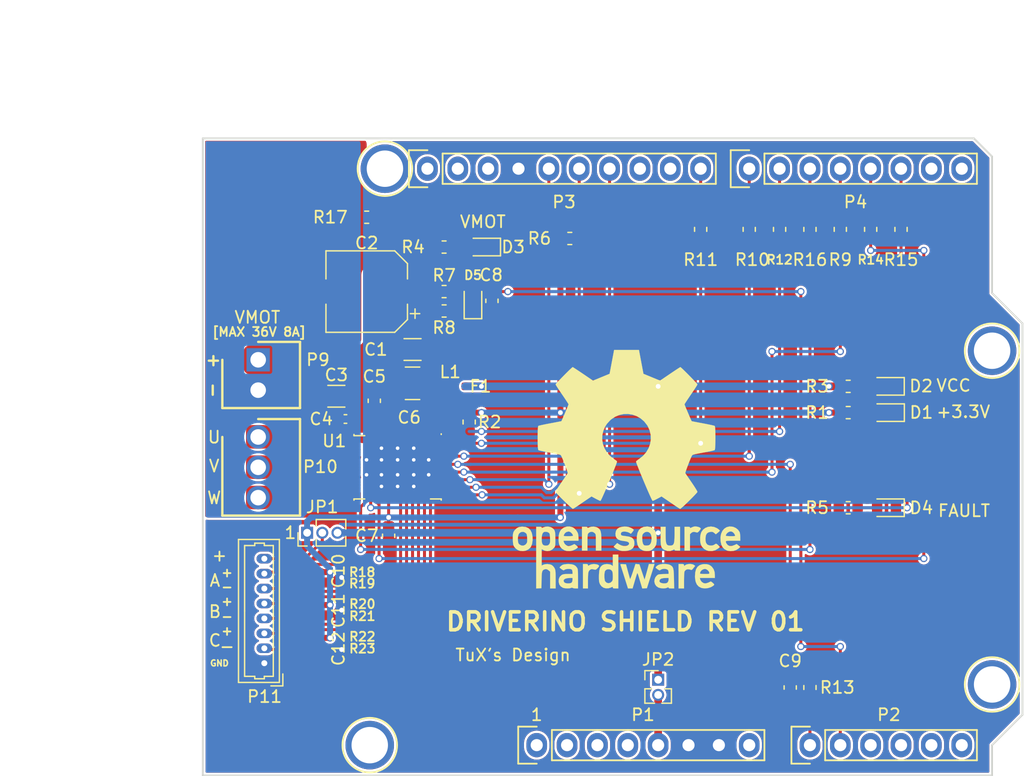
<source format=kicad_pcb>
(kicad_pcb (version 20171130) (host pcbnew "(5.1.9)-1")
  (title_block (date "lun. 30 mars 2015"))
  (layers (0 F.Cu signal) (31 B.Cu signal) (34 B.Paste user) (35 F.Paste user) (36 B.SilkS user) (37 F.SilkS user) (38 B.Mask user) (39 F.Mask user) (44 Edge.Cuts user))
  (net 0 "")
  (net 1 GND)
  (net 2 /A0)
  (net 3 /A1)
  (net 4 "/A4(SDA)")
  (net 5 "/A5(SCL)")
  (net 6 /8)
  (net 7 /7)
  (net 8 "/6(**)")
  (net 9 "/5(**)")
  (net 10 /4)
  (net 11 "/3(**)")
  (net 12 /2)
  (net 13 "/13(SCK)")
  (net 14 "/12(MISO)")
  (net 15 "/11(**/MOSI)")
  (net 16 /FB)
  (net 17 GNDPWR)
  (net 18 +36V)
  (net 19 "Net-(C5-Pad1)")
  (net 20 "Net-(C6-Pad1)")
  (net 21 "Net-(C6-Pad2)")
  (net 22 +3.3V)
  (net 23 /ILIM)
  (net 24 /HAP)
  (net 25 /HAN)
  (net 26 /HBN)
  (net 27 /HBP)
  (net 28 /HCP)
  (net 29 /HCN)
  (net 30 "Net-(D1-Pad2)")
  (net 31 "Net-(D2-Pad2)")
  (net 32 "Net-(D3-Pad2)")
  (net 33 /FAULT)
  (net 34 "Net-(D4-Pad2)")
  (net 35 VCC)
  (net 36 "Net-(JP1-Pad2)")
  (net 37 /SW)
  (net 38 /U)
  (net 39 /V)
  (net 40 /W)
  (net 41 /FGOUT)
  (net 42 /CS)
  (net 43 /BRAKE)
  (net 44 /PWM)
  (net 45 /SLEEP)
  (net 46 /DRVOFF)
  (net 47 +5V)
  (module Fuse:Fuse_0402_1005Metric (layer F.Cu) (at 132.461 93.787 180)
    (fp_text reference F1 (at -1.778 0 180) (layer F.SilkS))
    (fp_text value 200mA)
    (pad 1 smd roundrect (at -0.485 0 180) (size 0.59 0.64) (layers F.Cu F.Paste F.Mask) (net 35 VCC))
    (pad 2 smd roundrect (at 0.485 0 180) (size 0.59 0.64) (layers F.Cu F.Paste F.Mask) (net 16 /FB))
  )
  (module Resistor_SMD:R_0402_1005Metric (layer F.Cu) (at 120.3475 115.816)
    (fp_text reference R23 (at 4 -0.07) (layer F.SilkS) (effects (font (size 0.75 0.75))))
    (fp_text value 0R)
    (pad 2 smd roundrect (at 0.485 0) (size 0.59 0.64) (layers F.Cu F.Paste F.Mask) (net 1 GND))
    (pad 1 smd roundrect (at -0.485 0) (size 0.59 0.64) (layers F.Cu F.Paste F.Mask) (net 29 /HCN))
  )
  (module Resistor_SMD:R_0402_1005Metric (layer F.Cu) (at 120.3475 114.846)
    (fp_text reference R22 (at 4 -0.1 180) (layer F.SilkS) (effects (font (size 0.75 0.75))))
    (fp_text value 10k)
    (pad 2 smd roundrect (at 0.485 0) (size 0.59 0.64) (layers F.Cu F.Paste F.Mask) (net 22 +3.3V))
    (pad 1 smd roundrect (at -0.485 0) (size 0.59 0.64) (layers F.Cu F.Paste F.Mask) (net 28 /HCP))
  )
  (module Driverino-Shield:QFN-40_EP_5x7_Pitch0.5mm (layer F.Cu) (at 127.298 100.565 270)
    (fp_text reference U1 (at -2.2 5.3 180) (layer F.SilkS))
    (fp_text value MCT8316Z)
    (pad 1 smd roundrect (at -2.4 -2.75) (size 0.25 0.6) (layers F.Cu F.Paste F.Mask) (roundrect_rratio 0.2))
    (pad 2 smd roundrect (at -2.4 -2.25) (size 0.25 0.6) (layers F.Cu F.Paste F.Mask) (roundrect_rratio 0.2) (net 1 GND))
    (pad 3 smd roundrect (at -2.4 -1.75) (size 0.25 0.6) (layers F.Cu F.Paste F.Mask) (roundrect_rratio 0.2) (net 16 /FB))
    (pad 4 smd roundrect (at -2.4 -1.25) (size 0.25 0.6) (layers F.Cu F.Paste F.Mask) (roundrect_rratio 0.2) (net 1 GND))
    (pad 5 smd roundrect (at -2.4 -0.75) (size 0.25 0.6) (layers F.Cu F.Paste F.Mask) (roundrect_rratio 0.2) (net 37 /SW))
    (pad 6 smd roundrect (at -2.4 -0.25) (size 0.25 0.6) (layers F.Cu F.Paste F.Mask) (roundrect_rratio 0.2) (net 21 "Net-(C6-Pad2)"))
    (pad 7 smd roundrect (at -2.4 0.25) (size 0.25 0.6) (layers F.Cu F.Paste F.Mask) (roundrect_rratio 0.2) (net 20 "Net-(C6-Pad1)"))
    (pad 8 smd roundrect (at -2.4 0.75) (size 0.25 0.6) (layers F.Cu F.Paste F.Mask) (roundrect_rratio 0.2) (net 19 "Net-(C5-Pad1)"))
    (pad 9 smd roundrect (at -2.4 1.25) (size 0.25 0.6) (layers F.Cu F.Paste F.Mask) (roundrect_rratio 0.2) (net 18 +36V))
    (pad 10 smd roundrect (at -2.4 1.75) (size 0.25 0.6) (layers F.Cu F.Paste F.Mask) (roundrect_rratio 0.2) (net 18 +36V))
    (pad 11 smd roundrect (at -2.4 2.25) (size 0.25 0.6) (layers F.Cu F.Paste F.Mask) (roundrect_rratio 0.2) (net 18 +36V))
    (pad 12 smd roundrect (at -2.4 2.75) (size 0.25 0.6) (layers F.Cu F.Paste F.Mask) (roundrect_rratio 0.2) (net 17 GNDPWR))
    (pad 13 smd roundrect (at -1.75 3.4 90) (size 0.25 0.6) (layers F.Cu F.Paste F.Mask) (roundrect_rratio 0.2) (net 38 /U))
    (pad 14 smd roundrect (at -1.25 3.4 90) (size 0.25 0.6) (layers F.Cu F.Paste F.Mask) (roundrect_rratio 0.2) (net 38 /U))
    (pad 15 smd roundrect (at -0.75 3.4 90) (size 0.25 0.6) (layers F.Cu F.Paste F.Mask) (roundrect_rratio 0.2) (net 17 GNDPWR))
    (pad 16 smd roundrect (at -0.25 3.4 90) (size 0.25 0.6) (layers F.Cu F.Paste F.Mask) (roundrect_rratio 0.2) (net 39 /V))
    (pad 17 smd roundrect (at 0.25 3.4 90) (size 0.25 0.6) (layers F.Cu F.Paste F.Mask) (roundrect_rratio 0.2) (net 39 /V))
    (pad 18 smd roundrect (at 0.75 3.4 90) (size 0.25 0.6) (layers F.Cu F.Paste F.Mask) (roundrect_rratio 0.2) (net 17 GNDPWR))
    (pad 19 smd roundrect (at 1.25 3.4 90) (size 0.25 0.6) (layers F.Cu F.Paste F.Mask) (roundrect_rratio 0.2) (net 40 /W))
    (pad 20 smd roundrect (at 1.75 3.4 90) (size 0.25 0.6) (layers F.Cu F.Paste F.Mask) (roundrect_rratio 0.2) (net 40 /W))
    (pad 21 smd roundrect (at 2.4 2.75) (size 0.25 0.6) (layers F.Cu F.Paste F.Mask) (roundrect_rratio 0.2) (net 46 /DRVOFF))
    (pad 22 smd roundrect (at 2.4 2.25) (size 0.25 0.6) (layers F.Cu F.Paste F.Mask) (roundrect_rratio 0.2) (net 33 /FAULT))
    (pad 23 smd roundrect (at 2.4 1.75) (size 0.25 0.6) (layers F.Cu F.Paste F.Mask) (roundrect_rratio 0.2) (net 45 /SLEEP))
    (pad 24 smd roundrect (at 2.4 1.25) (size 0.25 0.6) (layers F.Cu F.Paste F.Mask) (roundrect_rratio 0.2))
    (pad 25 smd roundrect (at 2.4 0.75) (size 0.25 0.6) (layers F.Cu F.Paste F.Mask) (roundrect_rratio 0.2) (net 22 +3.3V))
    (pad 26 smd roundrect (at 2.4 0.25) (size 0.25 0.6) (layers F.Cu F.Paste F.Mask) (roundrect_rratio 0.2))
    (pad 27 smd roundrect (at 2.4 -0.25) (size 0.25 0.6) (layers F.Cu F.Paste F.Mask) (roundrect_rratio 0.2) (net 24 /HAP))
    (pad 28 smd roundrect (at 2.4 -0.75) (size 0.25 0.6) (layers F.Cu F.Paste F.Mask) (roundrect_rratio 0.2) (net 25 /HAN))
    (pad 29 smd roundrect (at 2.4 -1.25) (size 0.25 0.6) (layers F.Cu F.Paste F.Mask) (roundrect_rratio 0.2) (net 27 /HBP))
    (pad 30 smd roundrect (at 2.4 -1.75) (size 0.25 0.6) (layers F.Cu F.Paste F.Mask) (roundrect_rratio 0.2) (net 26 /HBN))
    (pad 31 smd roundrect (at 2.4 -2.25) (size 0.25 0.6) (layers F.Cu F.Paste F.Mask) (roundrect_rratio 0.2) (net 28 /HCP))
    (pad 32 smd roundrect (at 2.4 -2.75) (size 0.25 0.6) (layers F.Cu F.Paste F.Mask) (roundrect_rratio 0.2) (net 29 /HCN))
    (pad 33 smd roundrect (at 1.75 -3.4 90) (size 0.25 0.6) (layers F.Cu F.Paste F.Mask) (roundrect_rratio 0.2) (net 14 "/12(MISO)"))
    (pad 34 smd roundrect (at 1.25 -3.4 90) (size 0.25 0.6) (layers F.Cu F.Paste F.Mask) (roundrect_rratio 0.2) (net 15 "/11(**/MOSI)"))
    (pad 35 smd roundrect (at 0.75 -3.4 90) (size 0.25 0.6) (layers F.Cu F.Paste F.Mask) (roundrect_rratio 0.2) (net 13 "/13(SCK)"))
    (pad 36 smd roundrect (at 0.25 -3.4 90) (size 0.25 0.6) (layers F.Cu F.Paste F.Mask) (roundrect_rratio 0.2) (net 42 /CS))
    (pad 37 smd roundrect (at -0.25 -3.4 90) (size 0.25 0.6) (layers F.Cu F.Paste F.Mask) (roundrect_rratio 0.2) (net 23 /ILIM))
    (pad 38 smd roundrect (at -0.75 -3.4 90) (size 0.25 0.6) (layers F.Cu F.Paste F.Mask) (roundrect_rratio 0.2) (net 43 /BRAKE))
    (pad 39 smd roundrect (at -1.25 -3.4 90) (size 0.25 0.6) (layers F.Cu F.Paste F.Mask) (roundrect_rratio 0.2) (net 44 /PWM))
    (pad 40 smd roundrect (at -1.75 -3.4 90) (size 0.25 0.6) (layers F.Cu F.Paste F.Mask) (roundrect_rratio 0.2) (net 41 /FGOUT))
    (pad 41 smd rect (at 0 0 270) (size 3.7 5.7) (layers F.Cu F.Mask) (net 1 GND))
    (pad 41 thru_hole circle (at 0.625 0 270) (size 0.6 0.6) (drill 0.3) (layers *.Cu *.Mask) (net 1 GND))
    (pad 41 thru_hole circle (at -0.625 0 270) (size 0.6 0.6) (drill 0.3) (layers *.Cu *.Mask) (net 1 GND))
    (pad 41 thru_hole circle (at -1.6 0 270) (size 0.6 0.6) (drill 0.3) (layers *.Cu *.Mask) (net 1 GND))
    (pad 41 thru_hole circle (at 1.6 0 270) (size 0.6 0.6) (drill 0.3) (layers *.Cu *.Mask) (net 1 GND))
    (pad 41 thru_hole circle (at 0.625 -1.35 270) (size 0.6 0.6) (drill 0.3) (layers *.Cu *.Mask) (net 1 GND))
    (pad 41 thru_hole circle (at -0.625 -1.35 270) (size 0.6 0.6) (drill 0.3) (layers *.Cu *.Mask) (net 1 GND))
    (pad 41 thru_hole circle (at -1.6 -1.35 270) (size 0.6 0.6) (drill 0.3) (layers *.Cu *.Mask) (net 1 GND))
    (pad 41 thru_hole circle (at 1.6 -1.35 270) (size 0.6 0.6) (drill 0.3) (layers *.Cu *.Mask) (net 1 GND))
    (pad 41 thru_hole circle (at 0.625 -2.6 270) (size 0.6 0.6) (drill 0.3) (layers *.Cu *.Mask) (net 1 GND))
    (pad 41 thru_hole circle (at -0.625 -2.6 270) (size 0.6 0.6) (drill 0.3) (layers *.Cu *.Mask) (net 1 GND))
    (pad 41 thru_hole circle (at 0.625 1.35 270) (size 0.6 0.6) (drill 0.3) (layers *.Cu *.Mask) (net 1 GND))
    (pad 41 thru_hole circle (at -0.625 1.35 270) (size 0.6 0.6) (drill 0.3) (layers *.Cu *.Mask) (net 1 GND))
    (pad 41 thru_hole circle (at -1.6 1.35 270) (size 0.6 0.6) (drill 0.3) (layers *.Cu *.Mask) (net 1 GND))
    (pad 41 thru_hole circle (at 1.6 1.35 270) (size 0.6 0.6) (drill 0.3) (layers *.Cu *.Mask) (net 1 GND))
    (pad 41 thru_hole circle (at 0.625 2.6 270) (size 0.6 0.6) (drill 0.3) (layers *.Cu *.Mask) (net 1 GND))
    (pad 41 thru_hole circle (at -0.625 2.6 270) (size 0.6 0.6) (drill 0.3) (layers *.Cu *.Mask) (net 1 GND))
  )
  (module Connector_PinHeader_1.27mm:PinHeader_1x03_P1.27mm_Vertical (layer F.Cu) (at 120.998 106.045 90)
    (fp_text reference JP1 (at 2.159 -0.0076 180) (layer F.SilkS))
    (fp_text value HAL_SEL)
    (pad 3 thru_hole oval (at 0 1.27 90) (size 1 1) (drill 0.65) (layers *.Cu *.Mask) (net 35 VCC))
    (pad 2 thru_hole oval (at 0 0 90) (size 1 1) (drill 0.65) (layers *.Cu *.Mask) (net 36 "Net-(JP1-Pad2)"))
    (pad 1 thru_hole rect (at 0 -1.27 90) (size 1 1) (drill 0.65) (layers *.Cu *.Mask) (net 22 +3.3V))
  )
  (module Capacitor_SMD:C_1206_3216Metric (layer F.Cu) (at 122.174 94.615)
    (fp_text reference C3 (at 0 -1.778) (layer F.SilkS))
    (fp_text value 10uF)
    (pad 2 smd roundrect (at 1.475 0) (size 1.15 1.8) (layers F.Cu F.Paste F.Mask) (roundrect_rratio 0.2173904347826087) (net 18 +36V))
    (pad 1 smd roundrect (at -1.475 0) (size 1.15 1.8) (layers F.Cu F.Paste F.Mask) (roundrect_rratio 0.2173904347826087) (net 17 GNDPWR))
  )
  (module Capacitor_SMD:C_0402_1005Metric (layer F.Cu) (at 122.936 96.52)
    (fp_text reference C4 (at -2.032 0) (layer F.SilkS))
    (fp_text value 100nF)
    (pad 2 smd roundrect (at 0.48 0) (size 0.56 0.62) (layers F.Cu F.Paste F.Mask) (net 18 +36V))
    (pad 1 smd roundrect (at -0.48 0) (size 0.56 0.62) (layers F.Cu F.Paste F.Mask) (net 17 GNDPWR))
  )
  (module Symbol:OSHW-Logo_19x20mm_SilkScreen (layer F.Cu) (at 146.431 100.711)
    (fp_text reference REF** hide)
    (fp_text value OSHW-Logo_19x20mm_SilkScreen hide)
  )
  (module Socket_Arduino_Uno:Arduino_1pin (layer F.Cu) (at 124.968 123.825)
    (fp_text reference P5 hide)
    (fp_text value CONN_01X01 hide)
    (pad "" np_thru_hole circle (at 0 0) (size 4.064 4.064) (drill 3.048) (layers *.Cu *.Mask))
  )
  (module Socket_Arduino_Uno:Arduino_1pin (layer F.Cu) (at 126.238 75.565)
    (fp_text reference P7 hide)
    (fp_text value CONN_01X01 hide)
    (pad "" np_thru_hole circle (at 0 0) (size 4.064 4.064) (drill 3.048) (layers *.Cu *.Mask))
  )
  (module Socket_Arduino_Uno:Arduino_1pin (layer F.Cu) (at 177.038 90.805)
    (fp_text reference P8 hide)
    (fp_text value CONN_01X01 hide)
    (pad "" np_thru_hole circle (at 0 0) (size 4.064 4.064) (drill 3.048) (layers *.Cu *.Mask))
  )
  (module Socket_Arduino_Uno:Socket_Strip_Arduino_1x10 (layer F.Cu) (at 129.794 75.565)
    (fp_text reference P3 (at 11.43 2.794) (layer F.SilkS))
    (fp_text value Digital)
    (pad 1 thru_hole oval (at 0 0) (size 1.7272 2.032) (drill 1.016) (layers *.Cu *.Paste *.Mask) (net 5 "/A5(SCL)"))
    (pad 2 thru_hole oval (at 2.54 0) (size 1.7272 2.032) (drill 1.016) (layers *.Cu *.Paste *.Mask) (net 4 "/A4(SDA)"))
    (pad 3 thru_hole oval (at 5.08 0) (size 1.7272 2.032) (drill 1.016) (layers *.Cu *.Paste *.Mask))
    (pad 4 thru_hole oval (at 7.62 0) (size 1.7272 2.032) (drill 1.016) (layers *.Cu *.Paste *.Mask) (net 1 GND))
    (pad 5 thru_hole oval (at 10.16 0) (size 1.7272 2.032) (drill 1.016) (layers *.Cu *.Paste *.Mask) (net 13 "/13(SCK)"))
    (pad 6 thru_hole oval (at 12.7 0) (size 1.7272 2.032) (drill 1.016) (layers *.Cu *.Paste *.Mask) (net 14 "/12(MISO)"))
    (pad 7 thru_hole oval (at 15.24 0) (size 1.7272 2.032) (drill 1.016) (layers *.Cu *.Paste *.Mask) (net 15 "/11(**/MOSI)"))
    (pad 8 thru_hole oval (at 17.78 0) (size 1.7272 2.032) (drill 1.016) (layers *.Cu *.Paste *.Mask))
    (pad 9 thru_hole oval (at 20.32 0) (size 1.7272 2.032) (drill 1.016) (layers *.Cu *.Paste *.Mask))
    (pad 10 thru_hole oval (at 22.86 0) (size 1.7272 2.032) (drill 1.016) (layers *.Cu *.Paste *.Mask) (net 6 /8))
  )
  (module Socket_Arduino_Uno:Arduino_1pin (layer F.Cu) (at 177.038 118.745)
    (fp_text reference P6 hide)
    (fp_text value CONN_01X01 hide)
    (pad "" np_thru_hole circle (at 0 0) (size 4.064 4.064) (drill 3.048) (layers *.Cu *.Mask))
  )
  (module Socket_Arduino_Uno:Socket_Strip_Arduino_1x08 (layer F.Cu) (at 138.938 123.825)
    (fp_text reference P1 (at 8.89 -2.54) (layer F.SilkS))
    (fp_text value Power)
    (pad 1 thru_hole oval (at 0 0) (size 1.7272 2.032) (drill 1.016) (layers *.Cu *.Paste *.Mask))
    (pad 2 thru_hole oval (at 2.54 0) (size 1.7272 2.032) (drill 1.016) (layers *.Cu *.Paste *.Mask))
    (pad 3 thru_hole oval (at 5.08 0) (size 1.7272 2.032) (drill 1.016) (layers *.Cu *.Paste *.Mask))
    (pad 4 thru_hole oval (at 7.62 0) (size 1.7272 2.032) (drill 1.016) (layers *.Cu *.Paste *.Mask) (net 22 +3.3V))
    (pad 5 thru_hole oval (at 10.16 0) (size 1.7272 2.032) (drill 1.016) (layers *.Cu *.Paste *.Mask) (net 47 +5V))
    (pad 6 thru_hole oval (at 12.7 0) (size 1.7272 2.032) (drill 1.016) (layers *.Cu *.Paste *.Mask) (net 1 GND))
    (pad 7 thru_hole oval (at 15.24 0) (size 1.7272 2.032) (drill 1.016) (layers *.Cu *.Paste *.Mask) (net 1 GND))
    (pad 8 thru_hole oval (at 17.78 0) (size 1.7272 2.032) (drill 1.016) (layers *.Cu *.Paste *.Mask))
  )
  (module Socket_Arduino_Uno:Socket_Strip_Arduino_1x06 (layer F.Cu) (at 161.798 123.825)
    (fp_text reference P2 (at 6.604 -2.54) (layer F.SilkS))
    (fp_text value Analog)
    (pad 1 thru_hole oval (at 0 0) (size 1.7272 2.032) (drill 1.016) (layers *.Cu *.Paste *.Mask) (net 2 /A0))
    (pad 2 thru_hole oval (at 2.54 0) (size 1.7272 2.032) (drill 1.016) (layers *.Cu *.Paste *.Mask) (net 3 /A1))
    (pad 3 thru_hole oval (at 5.08 0) (size 1.7272 2.032) (drill 1.016) (layers *.Cu *.Paste *.Mask))
    (pad 4 thru_hole oval (at 7.62 0) (size 1.7272 2.032) (drill 1.016) (layers *.Cu *.Paste *.Mask))
    (pad 5 thru_hole oval (at 10.16 0) (size 1.7272 2.032) (drill 1.016) (layers *.Cu *.Paste *.Mask) (net 4 "/A4(SDA)"))
    (pad 6 thru_hole oval (at 12.7 0) (size 1.7272 2.032) (drill 1.016) (layers *.Cu *.Paste *.Mask) (net 5 "/A5(SCL)"))
  )
  (module Socket_Arduino_Uno:Socket_Strip_Arduino_1x08 (layer F.Cu) (at 156.718 75.565)
    (fp_text reference P4 (at 8.89 2.794) (layer F.SilkS))
    (fp_text value Digital)
    (pad 1 thru_hole oval (at 0 0) (size 1.7272 2.032) (drill 1.016) (layers *.Cu *.Paste *.Mask) (net 7 /7))
    (pad 2 thru_hole oval (at 2.54 0) (size 1.7272 2.032) (drill 1.016) (layers *.Cu *.Paste *.Mask) (net 8 "/6(**)"))
    (pad 3 thru_hole oval (at 5.08 0) (size 1.7272 2.032) (drill 1.016) (layers *.Cu *.Paste *.Mask) (net 9 "/5(**)"))
    (pad 4 thru_hole oval (at 7.62 0) (size 1.7272 2.032) (drill 1.016) (layers *.Cu *.Paste *.Mask) (net 10 /4))
    (pad 5 thru_hole oval (at 10.16 0) (size 1.7272 2.032) (drill 1.016) (layers *.Cu *.Paste *.Mask) (net 11 "/3(**)"))
    (pad 6 thru_hole oval (at 12.7 0) (size 1.7272 2.032) (drill 1.016) (layers *.Cu *.Paste *.Mask) (net 12 /2))
    (pad 7 thru_hole oval (at 15.24 0) (size 1.7272 2.032) (drill 1.016) (layers *.Cu *.Paste *.Mask))
    (pad 8 thru_hole oval (at 17.78 0) (size 1.7272 2.032) (drill 1.016) (layers *.Cu *.Paste *.Mask))
  )
  (module Capacitor_SMD:C_0402_1005Metric (layer F.Cu) (at 126.8095 96.393 90)
    (fp_text reference C6 (at 0 1.4605 180) (layer F.SilkS))
    (fp_text value 10nF)
    (pad 2 smd roundrect (at 0.485 0 90) (size 0.59 0.64) (layers F.Cu F.Paste F.Mask) (net 21 "Net-(C6-Pad2)"))
    (pad 1 smd roundrect (at -0.485 0 90) (size 0.59 0.64) (layers F.Cu F.Paste F.Mask) (net 20 "Net-(C6-Pad1)"))
  )
  (module Capacitor_SMD:C_0402_1005Metric (layer F.Cu) (at 118.3475 115.331 90)
    (fp_text reference C12 (at -0.415 4 90) (layer F.SilkS))
    (fp_text value 100nF)
    (pad 2 smd roundrect (at 0.485 0 90) (size 0.59 0.64) (layers F.Cu F.Paste F.Mask) (net 28 /HCP))
    (pad 1 smd roundrect (at -0.485 0 90) (size 0.59 0.64) (layers F.Cu F.Paste F.Mask) (net 29 /HCN))
  )
  (module Resistor_SMD:R_0402_1005Metric (layer F.Cu) (at 120.3475 113.062)
    (fp_text reference R21 (at 4 -0.032) (layer F.SilkS) (effects (font (size 0.75 0.75))))
    (fp_text value 0R)
    (pad 2 smd roundrect (at 0.485 0) (size 0.59 0.64) (layers F.Cu F.Paste F.Mask) (net 1 GND))
    (pad 1 smd roundrect (at -0.485 0) (size 0.59 0.64) (layers F.Cu F.Paste F.Mask) (net 26 /HBN))
  )
  (module Resistor_SMD:R_0402_1005Metric (layer F.Cu) (at 120.3475 112.092)
    (fp_text reference R20 (at 4 -0.078) (layer F.SilkS) (effects (font (size 0.75 0.75))))
    (fp_text value 10k)
    (pad 2 smd roundrect (at 0.485 0) (size 0.59 0.64) (layers F.Cu F.Paste F.Mask) (net 22 +3.3V))
    (pad 1 smd roundrect (at -0.485 0) (size 0.59 0.64) (layers F.Cu F.Paste F.Mask) (net 27 /HBP))
  )
  (module Capacitor_SMD:C_0402_1005Metric (layer F.Cu) (at 118.3475 112.577 90)
    (fp_text reference C11 (at 0.01 4 90) (layer F.SilkS))
    (fp_text value 100nF)
    (pad 2 smd roundrect (at 0.485 0 90) (size 0.59 0.64) (layers F.Cu F.Paste F.Mask) (net 27 /HBP))
    (pad 1 smd roundrect (at -0.485 0 90) (size 0.59 0.64) (layers F.Cu F.Paste F.Mask) (net 26 /HBN))
  )
  (module Resistor_SMD:R_0402_1005Metric (layer F.Cu) (at 120.3475 109.338)
    (fp_text reference R18 (at 3.9855 0.009) (layer F.SilkS) (effects (font (size 0.75 0.75))))
    (fp_text value 10k)
    (pad 2 smd roundrect (at 0.485 0) (size 0.59 0.64) (layers F.Cu F.Paste F.Mask) (net 22 +3.3V))
    (pad 1 smd roundrect (at -0.485 0) (size 0.59 0.64) (layers F.Cu F.Paste F.Mask) (net 24 /HAP))
  )
  (module Resistor_SMD:R_0402_1005Metric (layer F.Cu) (at 120.3475 110.308)
    (fp_text reference R19 (at 3.9855 -0.0085) (layer F.SilkS) (effects (font (size 0.75 0.75))))
    (fp_text value 0R)
    (pad 2 smd roundrect (at 0.485 0) (size 0.59 0.64) (layers F.Cu F.Paste F.Mask) (net 1 GND))
    (pad 1 smd roundrect (at -0.485 0) (size 0.59 0.64) (layers F.Cu F.Paste F.Mask) (net 25 /HAN))
  )
  (module Capacitor_SMD:C_0402_1005Metric (layer F.Cu) (at 118.3475 109.823 90)
    (fp_text reference C10 (at 0.585 4 90) (layer F.SilkS))
    (fp_text value 100nF)
    (pad 2 smd roundrect (at 0.485 0 90) (size 0.59 0.64) (layers F.Cu F.Paste F.Mask) (net 24 /HAP))
    (pad 1 smd roundrect (at -0.485 0 90) (size 0.59 0.64) (layers F.Cu F.Paste F.Mask) (net 25 /HAN))
  )
  (module Driverino-Shield:C_1206_3216Metric (layer F.Cu) (at 128.5494 90.7034)
    (fp_text reference C1 (at -3.0734 0) (layer F.SilkS))
    (fp_text value 22uF)
    (pad 2 smd roundrect (at 1.475 0) (size 1.15 1.8) (layers F.Cu F.Paste F.Mask) (roundrect_rratio 0.2173904347826087) (net 16 /FB))
    (pad 1 smd roundrect (at -1.475 0) (size 1.15 1.8) (layers F.Cu F.Paste F.Mask) (roundrect_rratio 0.217) (net 1 GND))
  )
  (module Driverino-Shield:CP_Elec_6.3x7.7 (layer F.Cu) (at 124.714 85.852 180)
    (fp_text reference C2 (at 0 4.064 180) (layer F.SilkS))
    (fp_text value 150uF)
    (pad 2 smd roundrect (at 2.7 0 180) (size 3.5 1.6) (layers F.Cu F.Paste F.Mask) (roundrect_rratio 0.15625) (net 17 GNDPWR))
    (pad 1 smd roundrect (at -2.7 0 180) (size 3.5 1.6) (layers F.Cu F.Paste F.Mask) (roundrect_rratio 0.15625) (net 18 +36V))
  )
  (module Driverino-Shield:C_0603_1608Metric (layer F.Cu) (at 125.349 94.996 90)
    (fp_text reference C5 (at 2.032 0 180) (layer F.SilkS))
    (fp_text value 1uF)
    (pad 1 smd roundrect (at -0.775 0 90) (size 0.9 0.95) (layers F.Cu F.Paste F.Mask) (net 19 "Net-(C5-Pad1)"))
    (pad 2 smd roundrect (at 0.775 0 90) (size 0.9 0.95) (layers F.Cu F.Paste F.Mask) (net 18 +36V))
  )
  (module Driverino-Shield:C_0603_1608Metric (layer F.Cu) (at 126.548 106.299 270)
    (fp_text reference C7 (at 0 1.834 180) (layer F.SilkS))
    (fp_text value 1uF)
    (pad 2 smd roundrect (at 0.775 0 270) (size 0.9 0.95) (layers F.Cu F.Paste F.Mask) (net 1 GND))
    (pad 1 smd roundrect (at -0.775 0 270) (size 0.9 0.95) (layers F.Cu F.Paste F.Mask) (net 22 +3.3V))
  )
  (module Driverino-Shield:C_0603_1608Metric (layer F.Cu) (at 135.1915 86.627 90)
    (fp_text reference C8 (at 2.159 -0.0635 180) (layer F.SilkS))
    (fp_text value 100nF)
    (pad 1 smd roundrect (at -0.775 0 90) (size 0.9 0.95) (layers F.Cu F.Paste F.Mask) (net 1 GND))
    (pad 2 smd roundrect (at 0.775 0 90) (size 0.9 0.95) (layers F.Cu F.Paste F.Mask) (net 3 /A1))
  )
  (module Driverino-Shield:C_0603_1608Metric (layer F.Cu) (at 160.147 118.999 90)
    (fp_text reference C9 (at 2.2225 0 180) (layer F.SilkS))
    (fp_text value 100nF)
    (pad 1 smd roundrect (at -0.775 0 90) (size 0.9 0.95) (layers F.Cu F.Paste F.Mask) (net 1 GND))
    (pad 2 smd roundrect (at 0.775 0 90) (size 0.9 0.95) (layers F.Cu F.Paste F.Mask) (net 23 /ILIM))
  )
  (module Driverino-Shield:LED_0603_1608Metric (layer F.Cu) (at 168.2115 95.9865 180)
    (fp_text reference D1 (at -2.9083 0.0126) (layer F.SilkS))
    (fp_text value ORANGE)
    (pad 1 smd roundrect (at -0.7875 0 180) (size 0.875 0.95) (layers F.Cu F.Paste F.Mask) (net 1 GND))
    (pad 2 smd roundrect (at 0.7875 0 180) (size 0.875 0.95) (layers F.Cu F.Paste F.Mask) (net 30 "Net-(D1-Pad2)"))
  )
  (module Driverino-Shield:LED_0603_1608Metric (layer F.Cu) (at 168.204 93.787 180)
    (fp_text reference D2 (at -2.8904 0.0229) (layer F.SilkS))
    (fp_text value BLUE)
    (pad 2 smd roundrect (at 0.7875 0 180) (size 0.875 0.95) (layers F.Cu F.Paste F.Mask) (net 31 "Net-(D2-Pad2)"))
    (pad 1 smd roundrect (at -0.7875 0 180) (size 0.875 0.95) (layers F.Cu F.Paste F.Mask) (net 1 GND))
  )
  (module Driverino-Shield:LED_0603_1608Metric (layer F.Cu) (at 134.422 82.1245 180)
    (fp_text reference D3 (at -2.5475 0) (layer F.SilkS))
    (fp_text value GREEN)
    (pad 2 smd roundrect (at 0.7875 0 180) (size 0.875 0.95) (layers F.Cu F.Paste F.Mask) (net 32 "Net-(D3-Pad2)"))
    (pad 1 smd roundrect (at -0.7875 0 180) (size 0.875 0.95) (layers F.Cu F.Paste F.Mask) (net 1 GND))
  )
  (module Driverino-Shield:LED_0603_1608Metric (layer F.Cu) (at 168.204 103.9495 180)
    (fp_text reference D4 (at -2.9158 -0.0127) (layer F.SilkS))
    (fp_text value BLUE)
    (pad 1 smd roundrect (at -0.7875 0 180) (size 0.875 0.95) (layers F.Cu F.Paste F.Mask) (net 33 /FAULT))
    (pad 2 smd roundrect (at 0.7875 0 180) (size 0.875 0.95) (layers F.Cu F.Paste F.Mask) (net 34 "Net-(D4-Pad2)"))
  )
  (module Diode_SMD:D_0603_1608Metric (layer F.Cu) (at 133.604 86.6395 90)
    (fp_text reference D5 (at 2.164 0 180) (layer F.SilkS) (effects (font (size 0.75 0.75))))
    (fp_text value Vz=5V)
    (pad 1 smd roundrect (at -0.7875 0 90) (size 0.875 0.95) (layers F.Cu F.Paste F.Mask) (net 1 GND))
    (pad 2 smd roundrect (at 0.7875 0 90) (size 0.875 0.95) (layers F.Cu F.Paste F.Mask) (net 3 /A1))
  )
  (module Inductor_SMD:L_1210_3225Metric (layer F.Cu) (at 128.548 93.533 180)
    (fp_text reference L1 (at -3.151 0.95 180) (layer F.SilkS))
    (fp_text value 47uH)
    (pad 1 smd roundrect (at -1.4 0 180) (size 1.25 2.65) (layers F.Cu F.Paste F.Mask) (roundrect_rratio 0.2) (net 16 /FB))
    (pad 2 smd roundrect (at 1.4 0 180) (size 1.25 2.65) (layers F.Cu F.Paste F.Mask) (roundrect_rratio 0.2) (net 37 /SW))
  )
  (module Driverino-Shield:39773-0002 (layer F.Cu) (at 115.6335 91.565 270)
    (fp_text reference P9 (at 0 -5) (layer F.SilkS))
    (fp_text value PWR)
    (pad 1 thru_hole rect (at 0 0 270) (size 1.95 1.95) (drill 1.3) (layers *.Cu *.Mask) (net 18 +36V))
    (pad 2 thru_hole circle (at 2.54 0 270) (size 1.95 1.95) (drill 1.3) (layers *.Cu *.Mask) (net 17 GNDPWR))
  )
  (module Driverino-Shield:39773-0003 (layer F.Cu) (at 115.6335 100.565 270)
    (fp_text reference P10 (at -0.0445 -5.207 180) (layer F.SilkS))
    (fp_text value MOT)
    (pad 1 thru_hole circle (at -2.54 0 270) (size 1.95 1.95) (drill 1.3) (layers *.Cu *.Mask) (net 38 /U))
    (pad 2 thru_hole circle (at 0 0 270) (size 1.95 1.95) (drill 1.3) (layers *.Cu *.Mask) (net 39 /V))
    (pad 3 thru_hole circle (at 2.54 0 270) (size 1.95 1.95) (drill 1.3) (layers *.Cu *.Mask) (net 40 /W))
  )
  (module Driverino-Shield:Molex_PicoBlade_53047-0810_1x08_P1.25mm_Vertical (layer F.Cu) (at 116.1475 116.965 90)
    (fp_text reference P11 (at -2.796 0.0194) (layer F.SilkS))
    (fp_text value HALL)
    (pad 8 thru_hole oval (at 8.75 0 90) (size 0.8 1.3) (drill 0.5) (layers *.Cu *.Mask) (net 36 "Net-(JP1-Pad2)"))
    (pad 7 thru_hole oval (at 7.5 0 90) (size 0.8 1.3) (drill 0.5) (layers *.Cu *.Mask) (net 24 /HAP))
    (pad 6 thru_hole oval (at 6.25 0 90) (size 0.8 1.3) (drill 0.5) (layers *.Cu *.Mask) (net 25 /HAN))
    (pad 5 thru_hole oval (at 5 0 90) (size 0.8 1.3) (drill 0.5) (layers *.Cu *.Mask) (net 27 /HBP))
    (pad 4 thru_hole oval (at 3.75 0 90) (size 0.8 1.3) (drill 0.5) (layers *.Cu *.Mask) (net 26 /HBN))
    (pad 3 thru_hole oval (at 2.5 0 90) (size 0.8 1.3) (drill 0.5) (layers *.Cu *.Mask) (net 28 /HCP))
    (pad 2 thru_hole oval (at 1.25 0 90) (size 0.8 1.3) (drill 0.5) (layers *.Cu *.Mask) (net 29 /HCN))
    (pad 1 thru_hole roundrect (at 0 0 90) (size 0.8 1.3) (drill 0.5) (layers *.Cu *.Mask) (net 1 GND))
  )
  (module Resistor_SMD:R_0603_1608Metric (layer F.Cu) (at 164.998 95.9865)
    (fp_text reference R1 (at -2.6 0) (layer F.SilkS))
    (fp_text value 1k)
    (pad 2 smd roundrect (at 0.7875 0) (size 0.875 0.95) (layers F.Cu F.Paste F.Mask) (net 30 "Net-(D1-Pad2)"))
    (pad 1 smd roundrect (at -0.7875 0) (size 0.875 0.95) (layers F.Cu F.Paste F.Mask) (net 22 +3.3V))
  )
  (module Resistor_SMD:R_0603_1608Metric (layer F.Cu) (at 133.2865 96.774 270)
    (fp_text reference R2 (at 0 -1.7145 180) (layer F.SilkS))
    (fp_text value 5.1k)
    (pad 1 smd roundrect (at -0.7875 0 270) (size 0.875 0.95) (layers F.Cu F.Paste F.Mask) (net 22 +3.3V))
    (pad 2 smd roundrect (at 0.7875 0 270) (size 0.875 0.95) (layers F.Cu F.Paste F.Mask) (net 41 /FGOUT))
  )
  (module Resistor_SMD:R_0603_1608Metric (layer F.Cu) (at 164.998 93.787)
    (fp_text reference R3 (at -2.6 0) (layer F.SilkS))
    (fp_text value 1k)
    (pad 1 smd roundrect (at -0.7875 0) (size 0.875 0.95) (layers F.Cu F.Paste F.Mask) (net 35 VCC))
    (pad 2 smd roundrect (at 0.7875 0) (size 0.875 0.95) (layers F.Cu F.Paste F.Mask) (net 31 "Net-(D2-Pad2)"))
  )
  (module Resistor_SMD:R_0603_1608Metric (layer F.Cu) (at 131.188 82.1245)
    (fp_text reference R4 (at -2.6 0) (layer F.SilkS))
    (fp_text value 4.7k)
    (pad 2 smd roundrect (at 0.7875 0) (size 0.875 0.95) (layers F.Cu F.Paste F.Mask) (net 32 "Net-(D3-Pad2)"))
    (pad 1 smd roundrect (at -0.7875 0) (size 0.875 0.95) (layers F.Cu F.Paste F.Mask) (net 18 +36V))
  )
  (module Resistor_SMD:R_0603_1608Metric (layer F.Cu) (at 164.998 103.9495)
    (fp_text reference R5 (at -2.6 0) (layer F.SilkS))
    (fp_text value 1k)
    (pad 1 smd roundrect (at -0.7875 0) (size 0.875 0.95) (layers F.Cu F.Paste F.Mask) (net 22 +3.3V))
    (pad 2 smd roundrect (at 0.7875 0) (size 0.875 0.95) (layers F.Cu F.Paste F.Mask) (net 34 "Net-(D4-Pad2)"))
  )
  (module Resistor_SMD:R_0603_1608Metric (layer F.Cu) (at 141.7065 81.407)
    (fp_text reference R6 (at -2.54 0) (layer F.SilkS))
    (fp_text value 5.1k)
    (pad 1 smd roundrect (at -0.7875 0) (size 0.875 0.95) (layers F.Cu F.Paste F.Mask) (net 22 +3.3V))
    (pad 2 smd roundrect (at 0.7875 0) (size 0.875 0.95) (layers F.Cu F.Paste F.Mask) (net 14 "/12(MISO)"))
  )
  (module Resistor_SMD:R_0603_1608Metric (layer F.Cu) (at 131.188 85.852 180)
    (fp_text reference R7 (at -0.003 1.3545) (layer F.SilkS))
    (fp_text value 1k)
    (pad 2 smd roundrect (at 0.7875 0 180) (size 0.875 0.95) (layers F.Cu F.Paste F.Mask) (net 18 +36V))
    (pad 1 smd roundrect (at -0.7875 0 180) (size 0.875 0.95) (layers F.Cu F.Paste F.Mask) (net 3 /A1))
  )
  (module Resistor_SMD:R_0603_1608Metric (layer F.Cu) (at 131.191 87.4776 180)
    (fp_text reference R8 (at 0 -1.397) (layer F.SilkS))
    (fp_text value 1k)
    (pad 1 smd roundrect (at -0.7875 0 180) (size 0.875 0.95) (layers F.Cu F.Paste F.Mask) (net 3 /A1))
    (pad 2 smd roundrect (at 0.7875 0 180) (size 0.875 0.95) (layers F.Cu F.Paste F.Mask) (net 1 GND))
  )
  (module Resistor_SMD:R_0603_1608Metric (layer F.Cu) (at 164.338 80.645 270)
    (fp_text reference R9 (at 2.54 0 180) (layer F.SilkS))
    (fp_text value 0R)
    (pad 1 smd roundrect (at -0.7875 0 270) (size 0.875 0.95) (layers F.Cu F.Paste F.Mask) (net 10 /4))
    (pad 2 smd roundrect (at 0.7875 0 270) (size 0.875 0.95) (layers F.Cu F.Paste F.Mask) (net 42 /CS))
  )
  (module Resistor_SMD:R_0603_1608Metric (layer F.Cu) (at 156.718 80.645 270)
    (fp_text reference R10 (at 2.54 -0.254 180) (layer F.SilkS))
    (fp_text value 0R)
    (pad 2 smd roundrect (at 0.7875 0 270) (size 0.875 0.95) (layers F.Cu F.Paste F.Mask) (net 43 /BRAKE))
    (pad 1 smd roundrect (at -0.7875 0 270) (size 0.875 0.95) (layers F.Cu F.Paste F.Mask) (net 7 /7))
  )
  (module Resistor_SMD:R_0603_1608Metric (layer F.Cu) (at 152.654 80.645 270)
    (fp_text reference R11 (at 2.54 0 180) (layer F.SilkS))
    (fp_text value 0R)
    (pad 1 smd roundrect (at -0.7875 0 270) (size 0.875 0.95) (layers F.Cu F.Paste F.Mask) (net 6 /8))
    (pad 2 smd roundrect (at 0.7875 0 270) (size 0.875 0.95) (layers F.Cu F.Paste F.Mask) (net 44 /PWM))
  )
  (module Resistor_SMD:R_0603_1608Metric (layer F.Cu) (at 159.258 80.645 270)
    (fp_text reference R12 (at 2.54 0 180) (layer F.SilkS) (effects (font (size 0.75 0.75))))
    (fp_text value 0R)
    (pad 2 smd roundrect (at 0.7875 0 270) (size 0.875 0.95) (layers F.Cu F.Paste F.Mask) (net 41 /FGOUT))
    (pad 1 smd roundrect (at -0.7875 0 270) (size 0.875 0.95) (layers F.Cu F.Paste F.Mask) (net 8 "/6(**)"))
  )
  (module Resistor_SMD:R_0603_1608Metric (layer F.Cu) (at 161.798 118.999 270)
    (fp_text reference R13 (at 0 -2.286 180) (layer F.SilkS))
    (fp_text value 1k)
    (pad 1 smd roundrect (at -0.7875 0 270) (size 0.875 0.95) (layers F.Cu F.Paste F.Mask) (net 23 /ILIM))
    (pad 2 smd roundrect (at 0.7875 0 270) (size 0.875 0.95) (layers F.Cu F.Paste F.Mask) (net 2 /A0))
  )
  (module Resistor_SMD:R_0603_1608Metric (layer F.Cu) (at 166.878 80.645 270)
    (fp_text reference R14 (at 2.54 0 180) (layer F.SilkS) (effects (font (size 0.75 0.75))))
    (fp_text value 0R)
    (pad 2 smd roundrect (at 0.7875 0 270) (size 0.875 0.95) (layers F.Cu F.Paste F.Mask) (net 45 /SLEEP))
    (pad 1 smd roundrect (at -0.7875 0 270) (size 0.875 0.95) (layers F.Cu F.Paste F.Mask) (net 11 "/3(**)"))
  )
  (module Resistor_SMD:R_0603_1608Metric (layer F.Cu) (at 169.418 80.645 270)
    (fp_text reference R15 (at 2.54 0 180) (layer F.SilkS))
    (fp_text value 0R)
    (pad 2 smd roundrect (at 0.7875 0 270) (size 0.875 0.95) (layers F.Cu F.Paste F.Mask) (net 33 /FAULT))
    (pad 1 smd roundrect (at -0.7875 0 270) (size 0.875 0.95) (layers F.Cu F.Paste F.Mask) (net 12 /2))
  )
  (module Resistor_SMD:R_0603_1608Metric (layer F.Cu) (at 161.798 80.645 270)
    (fp_text reference R16 (at 2.54 0 180) (layer F.SilkS))
    (fp_text value 0R)
    (pad 1 smd roundrect (at -0.7875 0 270) (size 0.875 0.95) (layers F.Cu F.Paste F.Mask) (net 9 "/5(**)"))
    (pad 2 smd roundrect (at 0.7875 0 270) (size 0.875 0.95) (layers F.Cu F.Paste F.Mask) (net 46 /DRVOFF))
  )
  (module Resistor_SMD:R_0603_1608Metric (layer F.Cu) (at 124.714 79.629)
    (fp_text reference R17 (at -3.048 0) (layer F.SilkS))
    (fp_text value 0R)
    (pad 2 smd roundrect (at 0.7875 0) (size 0.875 0.95) (layers F.Cu F.Paste F.Mask) (net 1 GND))
    (pad 1 smd roundrect (at -0.7875 0) (size 0.875 0.95) (layers F.Cu F.Paste F.Mask) (net 17 GNDPWR))
  )
  (module Connector_PinHeader_1.27mm:PinHeader_1x02_P1.27mm_Vertical (layer F.Cu) (at 149.098 118.349)
    (fp_text reference JP2 (at 0 -1.695) (layer F.SilkS))
    (fp_text value VCC_SEL)
    (pad 1 thru_hole rect (at 0 0) (size 1 1) (drill 0.65) (layers *.Cu *.Mask) (net 35 VCC))
    (pad 2 thru_hole oval (at 0 1.27) (size 1 1) (drill 0.65) (layers *.Cu *.Mask) (net 47 +5V))
  )
  (gr_text "[MAX 36V 8A]" (at 115.7097 89.2302) (layer F.SilkS) (effects (font (size 0.75 0.75))))
  (gr_text 1 (at 118.3259 106.045) (layer F.SilkS) (effects (font (size 1 1))))
  (gr_text "TuX's Design" (at 136.9568 116.2812) (layer F.SilkS) (effects (font (size 1 1))))
  (gr_text "DRIVERINO SHIELD REV 01" (at 146.3548 113.4872) (layer F.SilkS) (effects (font (size 1.5 1.5) (thickness 0.3))))
  (gr_text VMOT (at 115.57 88.011) (layer F.SilkS) (effects (font (size 1 1))))
  (gr_text FAULT (at 174.6885 104.2035) (layer F.SilkS) (effects (font (size 1 1))))
  (gr_text VMOT (at 134.4295 80.01) (layer F.SilkS) (effects (font (size 1 1))))
  (gr_text "VCC\n" (at 173.815476 93.7195) (layer F.SilkS) (effects (font (size 1 1))))
  (gr_text +3.3V (at 174.625 95.919) (layer F.SilkS) (effects (font (size 1 1))))
  (gr_text - (at 111.76 94.107 90) (layer F.SilkS) (effects (font (size 1 1) (thickness 0.2))))
  (gr_text - (at 113.03 115.697 180) (layer F.SilkS) (effects (font (size 1 1))))
  (gr_text + (at 113.03 114.3635 180) (layer F.SilkS) (effects (font (size 0.75 0.75))))
  (gr_text - (at 113.03 113.157 180) (layer F.SilkS) (effects (font (size 0.75 0.75))))
  (gr_text + (at 113.03 111.887 180) (layer F.SilkS) (effects (font (size 0.75 0.75))))
  (gr_text - (at 113.03 110.6805 180) (layer F.SilkS) (effects (font (size 0.75 0.75))))
  (gr_text + (at 113.03 109.474 180) (layer F.SilkS) (effects (font (size 0.75 0.75))))
  (gr_text GND (at 112.395 116.967) (layer F.SilkS) (effects (font (size 0.5 0.5) (thickness 0.125))))
  (gr_text C (at 112.014 115.062) (layer F.SilkS) (effects (font (size 1 1))))
  (gr_text B (at 112.014 112.649) (layer F.SilkS) (effects (font (size 1 1))))
  (gr_text A (at 112.014 110.0455) (layer F.SilkS) (effects (font (size 1 1))))
  (gr_text + (at 112.395 108.077 180) (layer F.SilkS) (effects (font (size 1 1)) (justify mirror)))
  (gr_text W (at 111.9505 103.124) (layer F.SilkS) (effects (font (size 1 1))))
  (gr_text V (at 111.9505 100.457) (layer F.SilkS) (effects (font (size 1 1))))
  (gr_text U (at 111.9505 98.044) (layer F.SilkS) (effects (font (size 1 1))))
  (gr_text + (at 111.887 91.567) (layer F.SilkS) (effects (font (size 1 1) (thickness 0.2))))
  (gr_text 1 (at 138.938 121.285) (layer F.SilkS) (effects (font (size 1 1))))
  (gr_line (start 177.038 74.549) (end 175.514 73.025) (angle 90) (layer Edge.Cuts) (width 0.15))
  (gr_line (start 177.038 85.979) (end 177.038 74.549) (angle 90) (layer Edge.Cuts) (width 0.15))
  (gr_line (start 179.578 88.519) (end 177.038 85.979) (angle 90) (layer Edge.Cuts) (width 0.15))
  (gr_line (start 179.578 121.285) (end 179.578 88.519) (angle 90) (layer Edge.Cuts) (width 0.15))
  (gr_line (start 177.038 123.825) (end 179.578 121.285) (angle 90) (layer Edge.Cuts) (width 0.15))
  (gr_line (start 177.038 126.365) (end 177.038 123.825) (angle 90) (layer Edge.Cuts) (width 0.15))
  (gr_line (start 110.998 126.365) (end 177.038 126.365) (angle 90) (layer Edge.Cuts) (width 0.15))
  (gr_line (start 110.998 73.025) (end 110.998 126.365) (angle 90) (layer Edge.Cuts) (width 0.15))
  (gr_line (start 175.514 73.025) (end 110.998 73.025) (angle 90) (layer Edge.Cuts) (width 0.15))
  (via (at 122.6185 112.522) (size 0.6) (drill 0.4) (layers F.Cu B.Cu) (net 1))
  (segment (start 122.0785 113.062) (end 122.6185 112.522) (width 0.25) (layer F.Cu) (net 1))
  (segment (start 120.8325 113.062) (end 122.0785 113.062) (width 0.25) (layer F.Cu) (net 1))
  (via (at 122.6185 109.7915) (size 0.6) (drill 0.4) (layers F.Cu B.Cu) (net 1))
  (segment (start 122.6185 112.522) (end 122.6185 109.7915) (width 0.25) (layer B.Cu) (net 1))
  (segment (start 122.102 110.308) (end 120.8325 110.308) (width 0.25) (layer F.Cu) (net 1))
  (segment (start 122.6185 109.7915) (end 122.102 110.308) (width 0.25) (layer F.Cu) (net 1))
  (via (at 122.6185 115.824) (size 0.6) (drill 0.4) (layers F.Cu B.Cu) (net 1))
  (segment (start 122.6185 112.522) (end 122.6185 115.824) (width 0.25) (layer B.Cu) (net 1))
  (segment (start 120.8405 115.824) (end 120.8325 115.816) (width 0.25) (layer F.Cu) (net 1))
  (segment (start 122.6185 115.824) (end 120.8405 115.824) (width 0.25) (layer F.Cu) (net 1))
  (segment (start 161.798 123.825) (end 161.798 119.7865) (width 0.25) (layer F.Cu) (net 2))
  (via (at 136.525 85.852) (size 0.6) (drill 0.4) (layers F.Cu B.Cu) (net 3))
  (segment (start 136.525 85.852) (end 161.036 85.852) (width 0.25) (layer B.Cu) (net 3))
  (via (at 161.036 85.852) (size 0.6) (drill 0.4) (layers F.Cu B.Cu) (net 3))
  (segment (start 164.338 118.872) (end 164.338 123.825) (width 0.25) (layer F.Cu) (net 3))
  (via (at 161.036 115.57) (size 0.6) (drill 0.4) (layers F.Cu B.Cu) (net 3))
  (via (at 164.338 115.57) (size 0.6) (drill 0.4) (layers F.Cu B.Cu) (net 3))
  (segment (start 161.036 115.57) (end 164.338 115.57) (width 0.25) (layer B.Cu) (net 3))
  (segment (start 164.338 118.872) (end 164.338 115.57) (width 0.25) (layer F.Cu) (net 3))
  (segment (start 161.036 85.852) (end 161.036 114.9604) (width 0.25) (layer F.Cu) (net 3))
  (segment (start 161.036 114.9604) (end 161.036 115.57) (width 0.25) (layer F.Cu) (net 3))
  (segment (start 131.9785 85.855) (end 131.9755 85.852) (width 0.25) (layer F.Cu) (net 3))
  (segment (start 131.9785 87.4776) (end 131.9785 85.855) (width 0.25) (layer F.Cu) (net 3))
  (segment (start 131.9755 85.852) (end 133.604 85.852) (width 0.25) (layer F.Cu) (net 3))
  (segment (start 133.604 85.852) (end 135.1915 85.852) (width 0.25) (layer F.Cu) (net 3))
  (segment (start 135.1915 85.852) (end 136.525 85.852) (width 0.25) (layer F.Cu) (net 3))
  (segment (start 152.654 79.8575) (end 152.654 75.565) (width 0.25) (layer F.Cu) (net 6))
  (segment (start 156.718 79.8575) (end 156.718 75.565) (width 0.25) (layer F.Cu) (net 7))
  (segment (start 159.258 79.8575) (end 159.258 75.565) (width 0.25) (layer F.Cu) (net 8))
  (segment (start 161.798 79.8575) (end 161.798 75.565) (width 0.25) (layer F.Cu) (net 9))
  (segment (start 164.338 79.8575) (end 164.338 75.565) (width 0.25) (layer F.Cu) (net 10))
  (segment (start 166.878 79.8575) (end 166.878 75.565) (width 0.25) (layer F.Cu) (net 11))
  (segment (start 169.418 79.8575) (end 169.418 75.565) (width 0.25) (layer F.Cu) (net 12))
  (via (at 139.954 101.981) (size 0.6) (drill 0.4) (layers F.Cu B.Cu) (net 13))
  (segment (start 139.954 75.565) (end 139.954 101.981) (width 0.25) (layer F.Cu) (net 13))
  (segment (start 139.573 101.6) (end 139.954 101.981) (width 0.25) (layer B.Cu) (net 13))
  (segment (start 133.35 101.6) (end 139.573 101.6) (width 0.25) (layer B.Cu) (net 13))
  (via (at 133.35 101.6) (size 0.6) (drill 0.4) (layers F.Cu B.Cu) (net 13))
  (segment (start 133.35 101.6) (end 131.888089 101.6) (width 0.25) (layer F.Cu) (net 13))
  (segment (start 131.888089 101.6) (end 131.603089 101.315) (width 0.25) (layer F.Cu) (net 13))
  (segment (start 131.603089 101.315) (end 130.698 101.315) (width 0.25) (layer F.Cu) (net 13))
  (via (at 134.366 102.87) (size 0.6) (drill 0.4) (layers F.Cu B.Cu) (net 14))
  (via (at 142.494 102.743) (size 0.6) (drill 0.4) (layers F.Cu B.Cu) (net 14))
  (segment (start 142.494 102.743) (end 142.494 83.439) (width 0.25) (layer F.Cu) (net 14))
  (segment (start 139.319 102.87) (end 139.573 103.124) (width 0.25) (layer B.Cu) (net 14))
  (segment (start 139.573 103.124) (end 140.335 103.124) (width 0.25) (layer B.Cu) (net 14))
  (segment (start 134.366 102.87) (end 139.319 102.87) (width 0.25) (layer B.Cu) (net 14))
  (segment (start 140.716 102.743) (end 142.494 102.743) (width 0.25) (layer B.Cu) (net 14))
  (segment (start 140.335 103.124) (end 140.716 102.743) (width 0.25) (layer B.Cu) (net 14))
  (segment (start 130.698 102.315) (end 131.253 102.87) (width 0.25) (layer F.Cu) (net 14))
  (segment (start 131.253 102.87) (end 134.366 102.87) (width 0.25) (layer F.Cu) (net 14))
  (segment (start 142.494 79.8575) (end 142.494 75.565) (width 0.25) (layer F.Cu) (net 14))
  (segment (start 142.494 81.407) (end 142.494 79.8575) (width 0.25) (layer F.Cu) (net 14))
  (segment (start 142.494 83.439) (end 142.494 81.407) (width 0.25) (layer F.Cu) (net 14))
  (via (at 133.858 102.235) (size 0.6) (drill 0.4) (layers F.Cu B.Cu) (net 15))
  (segment (start 145.034 101.981) (end 145.034 75.565) (width 0.25) (layer F.Cu) (net 15))
  (via (at 145.034 101.981) (size 0.6) (drill 0.4) (layers F.Cu B.Cu) (net 15))
  (segment (start 145.034 101.981) (end 140.84159 101.981) (width 0.25) (layer B.Cu) (net 15))
  (segment (start 140.84159 101.981) (end 140.148601 102.673989) (width 0.25) (layer B.Cu) (net 15))
  (segment (start 139.7594 102.673989) (end 139.32041 102.235) (width 0.25) (layer B.Cu) (net 15))
  (segment (start 140.148601 102.673989) (end 139.7594 102.673989) (width 0.25) (layer B.Cu) (net 15))
  (segment (start 139.32041 102.235) (end 133.858 102.235) (width 0.25) (layer B.Cu) (net 15))
  (segment (start 130.698 101.815) (end 131.466678 101.815) (width 0.25) (layer F.Cu) (net 15))
  (segment (start 131.466678 101.815) (end 131.886678 102.235) (width 0.25) (layer F.Cu) (net 15))
  (segment (start 131.886678 102.235) (end 133.858 102.235) (width 0.25) (layer F.Cu) (net 15))
  (segment (start 130.4005 82.1525) (end 130.4285 82.1245) (width 0.25) (layer F.Cu) (net 18))
  (segment (start 127.901 85.365) (end 127.414 85.852) (width 0.25) (layer F.Cu) (net 18))
  (segment (start 127.414 85.852) (end 130.4005 85.852) (width 0.25) (layer F.Cu) (net 18))
  (segment (start 130.4005 85.852) (end 130.4005 82.1245) (width 0.25) (layer F.Cu) (net 18))
  (segment (start 126.548 97.809654) (end 125.362 96.623654) (width 0.25) (layer F.Cu) (net 19))
  (segment (start 126.548 98.165) (end 126.548 97.809654) (width 0.25) (layer F.Cu) (net 19))
  (segment (start 125.362 96.623654) (end 125.362 95.8215) (width 0.25) (layer F.Cu) (net 19))
  (segment (start 126.8095 97.409) (end 126.8095 96.878) (width 0.25) (layer F.Cu) (net 20))
  (segment (start 127.048 97.6475) (end 126.8095 97.409) (width 0.25) (layer F.Cu) (net 20))
  (segment (start 127.048 98.165) (end 127.048 97.6475) (width 0.25) (layer F.Cu) (net 20))
  (segment (start 127.548 96.628268) (end 126.827732 95.908) (width 0.25) (layer F.Cu) (net 21))
  (segment (start 126.827732 95.908) (end 126.8095 95.908) (width 0.25) (layer F.Cu) (net 21))
  (segment (start 127.548 98.165) (end 127.548 96.628268) (width 0.25) (layer F.Cu) (net 21))
  (via (at 134.3152 95.9865) (size 0.6) (drill 0.4) (layers F.Cu B.Cu) (net 22))
  (segment (start 126.548 104.762) (end 126.548 102.965) (width 0.25) (layer F.Cu) (net 22))
  (via (at 126.548 104.762) (size 0.6) (drill 0.4) (layers F.Cu B.Cu) (net 22))
  (via (at 121.6453 109.338) (size 0.6) (drill 0.4) (layers F.Cu B.Cu) (net 22))
  (via (at 121.6453 112.092) (size 0.6) (drill 0.4) (layers F.Cu B.Cu) (net 22))
  (segment (start 121.6453 109.338) (end 121.6453 112.092) (width 0.5) (layer B.Cu) (net 22))
  (via (at 121.6453 114.846) (size 0.6) (drill 0.4) (layers F.Cu B.Cu) (net 22))
  (segment (start 121.6453 112.092) (end 121.6453 114.846) (width 0.5) (layer B.Cu) (net 22))
  (segment (start 126.548 104.762) (end 136.639 104.762) (width 0.5) (layer B.Cu) (net 22))
  (segment (start 136.639 104.762) (end 137.3505 104.762) (width 0.5) (layer B.Cu) (net 22))
  (via (at 163.388998 95.9865) (size 0.6) (drill 0.4) (layers F.Cu B.Cu) (net 22))
  (segment (start 137.3505 104.762) (end 140.9065 104.762) (width 0.5) (layer B.Cu) (net 22))
  (segment (start 140.919 104.7625) (end 140.9065 104.775) (width 0.5) (layer F.Cu) (net 22))
  (segment (start 140.919 95.9995) (end 140.919 104.7625) (width 0.5) (layer F.Cu) (net 22))
  (via (at 140.919 95.9865) (size 0.6) (drill 0.4) (layers F.Cu B.Cu) (net 22))
  (via (at 140.9065 104.762) (size 0.6) (drill 0.4) (layers F.Cu B.Cu) (net 22))
  (segment (start 140.919 81.407) (end 140.919 95.9995) (width 0.5) (layer F.Cu) (net 22))
  (segment (start 164.2105 95.9865) (end 164.2105 103.9495) (width 0.5) (layer F.Cu) (net 22))
  (segment (start 133.2865 95.9865) (end 134.3152 95.9865) (width 0.5) (layer F.Cu) (net 22))
  (segment (start 126.548 105.524) (end 126.548 104.762) (width 0.25) (layer F.Cu) (net 22))
  (segment (start 126.548 104.762) (end 120.79 104.762) (width 0.5) (layer B.Cu) (net 22))
  (segment (start 120.8325 114.846) (end 121.6453 114.846) (width 0.5) (layer F.Cu) (net 22))
  (segment (start 120.8325 112.092) (end 121.6453 112.092) (width 0.5) (layer F.Cu) (net 22))
  (segment (start 120.8325 109.338) (end 121.6453 109.338) (width 0.5) (layer F.Cu) (net 22))
  (segment (start 120.79 104.762) (end 120.0534 104.762) (width 0.5) (layer B.Cu) (net 22))
  (segment (start 119.728 105.0874) (end 119.728 106.045) (width 0.5) (layer B.Cu) (net 22))
  (segment (start 120.0534 104.762) (end 119.728 105.0874) (width 0.5) (layer B.Cu) (net 22))
  (segment (start 119.728 107.155) (end 119.728 106.045) (width 0.5) (layer B.Cu) (net 22))
  (segment (start 121.6453 109.0723) (end 119.728 107.155) (width 0.5) (layer B.Cu) (net 22))
  (segment (start 121.6453 109.338) (end 121.6453 109.0723) (width 0.5) (layer B.Cu) (net 22))
  (segment (start 134.3152 95.9865) (end 140.919 95.9865) (width 0.5) (layer B.Cu) (net 22))
  (segment (start 140.919 95.9865) (end 163.388998 95.9865) (width 0.5) (layer B.Cu) (net 22))
  (segment (start 163.388998 95.9865) (end 164.2105 95.9865) (width 0.5) (layer F.Cu) (net 22))
  (segment (start 161.7855 118.224) (end 161.798 118.2115) (width 0.25) (layer F.Cu) (net 23))
  (segment (start 160.147 118.224) (end 161.7855 118.224) (width 0.25) (layer F.Cu) (net 23))
  (via (at 160.147 100.315) (size 0.6) (drill 0.4) (layers F.Cu B.Cu) (net 23))
  (segment (start 160.147 100.315) (end 160.147 118.224) (width 0.25) (layer F.Cu) (net 23))
  (segment (start 133.396001 100.320001) (end 132.338877 100.320001) (width 0.25) (layer B.Cu) (net 23))
  (segment (start 132.338877 100.320001) (end 132.334365 100.315489) (width 0.25) (layer B.Cu) (net 23))
  (segment (start 132.333876 100.315) (end 132.334365 100.315489) (width 0.25) (layer F.Cu) (net 23))
  (segment (start 133.401002 100.315) (end 133.396001 100.320001) (width 0.25) (layer B.Cu) (net 23))
  (via (at 132.334365 100.315489) (size 0.6) (drill 0.4) (layers F.Cu B.Cu) (net 23))
  (segment (start 130.698 100.315) (end 132.333876 100.315) (width 0.25) (layer F.Cu) (net 23))
  (segment (start 160.147 100.315) (end 133.401002 100.315) (width 0.25) (layer B.Cu) (net 23))
  (segment (start 118.3475 109.338) (end 119.8625 109.338) (width 0.25) (layer F.Cu) (net 24))
  (segment (start 118.3475 109.338) (end 116.2745 109.338) (width 0.25) (layer F.Cu) (net 24))
  (segment (start 116.2745 109.338) (end 116.1475 109.465) (width 0.25) (layer F.Cu) (net 24))
  (segment (start 123.571 109.347) (end 126.8476 109.347) (width 0.25) (layer F.Cu) (net 24))
  (segment (start 122.91699 108.69299) (end 123.571 109.347) (width 0.25) (layer F.Cu) (net 24))
  (segment (start 120.47851 108.69299) (end 122.91699 108.69299) (width 0.25) (layer F.Cu) (net 24))
  (segment (start 119.8625 109.309) (end 120.47851 108.69299) (width 0.25) (layer F.Cu) (net 24))
  (segment (start 127.548 108.6466) (end 127.548 102.965) (width 0.25) (layer F.Cu) (net 24))
  (segment (start 126.8476 109.347) (end 127.548 108.6466) (width 0.25) (layer F.Cu) (net 24))
  (segment (start 119.8625 109.338) (end 119.8625 109.309) (width 0.25) (layer F.Cu) (net 24))
  (segment (start 117.9405 110.715) (end 118.3475 110.308) (width 0.25) (layer F.Cu) (net 25))
  (segment (start 116.1475 110.715) (end 117.9405 110.715) (width 0.25) (layer F.Cu) (net 25))
  (segment (start 118.3475 110.308) (end 119.8625 110.308) (width 0.25) (layer F.Cu) (net 25))
  (segment (start 120.21249 110.65799) (end 119.8625 110.308) (width 0.25) (layer F.Cu) (net 25))
  (segment (start 120.21249 110.676222) (end 120.21249 110.65799) (width 0.25) (layer F.Cu) (net 25))
  (segment (start 120.489278 110.95301) (end 120.21249 110.676222) (width 0.25) (layer F.Cu) (net 25))
  (segment (start 125.90199 110.95301) (end 120.489278 110.95301) (width 0.25) (layer F.Cu) (net 25))
  (segment (start 128.048 108.807) (end 125.90199 110.95301) (width 0.25) (layer F.Cu) (net 25))
  (segment (start 128.048 102.965) (end 128.048 108.807) (width 0.25) (layer F.Cu) (net 25))
  (segment (start 118.1945 113.215) (end 118.3475 113.062) (width 0.25) (layer F.Cu) (net 26))
  (segment (start 116.1475 113.215) (end 118.1945 113.215) (width 0.25) (layer F.Cu) (net 26))
  (segment (start 118.3475 113.062) (end 119.8625 113.062) (width 0.25) (layer F.Cu) (net 26))
  (segment (start 124.51959 113.70701) (end 129.048 109.1786) (width 0.25) (layer F.Cu) (net 26))
  (segment (start 120.489278 113.70701) (end 124.51959 113.70701) (width 0.25) (layer F.Cu) (net 26))
  (segment (start 120.21249 113.41799) (end 120.21249 113.430222) (width 0.25) (layer F.Cu) (net 26))
  (segment (start 129.048 109.1786) (end 129.048 102.965) (width 0.25) (layer F.Cu) (net 26))
  (segment (start 119.8625 113.068) (end 120.21249 113.41799) (width 0.25) (layer F.Cu) (net 26))
  (segment (start 120.21249 113.430222) (end 120.489278 113.70701) (width 0.25) (layer F.Cu) (net 26))
  (segment (start 119.8625 113.062) (end 119.8625 113.068) (width 0.25) (layer F.Cu) (net 26))
  (segment (start 118.2205 111.965) (end 118.3475 112.092) (width 0.25) (layer F.Cu) (net 27))
  (segment (start 116.1475 111.965) (end 118.2205 111.965) (width 0.25) (layer F.Cu) (net 27))
  (segment (start 118.3475 112.092) (end 119.8625 112.092) (width 0.25) (layer F.Cu) (net 27))
  (segment (start 128.548 109.0182) (end 128.548 102.965) (width 0.25) (layer F.Cu) (net 27))
  (segment (start 126.16318 111.40302) (end 128.548 109.0182) (width 0.25) (layer F.Cu) (net 27))
  (segment (start 120.49125 111.40302) (end 126.16318 111.40302) (width 0.25) (layer F.Cu) (net 27))
  (segment (start 119.8625 112.03177) (end 120.49125 111.40302) (width 0.25) (layer F.Cu) (net 27))
  (segment (start 119.8625 112.092) (end 119.8625 112.03177) (width 0.25) (layer F.Cu) (net 27))
  (segment (start 117.9665 114.465) (end 118.3475 114.846) (width 0.25) (layer F.Cu) (net 28))
  (segment (start 116.1475 114.465) (end 117.9665 114.465) (width 0.25) (layer F.Cu) (net 28))
  (segment (start 118.3475 114.846) (end 119.8625 114.846) (width 0.25) (layer F.Cu) (net 28))
  (segment (start 129.548 109.339) (end 129.548 102.965) (width 0.25) (layer F.Cu) (net 28))
  (segment (start 124.72998 114.15702) (end 129.548 109.339) (width 0.25) (layer F.Cu) (net 28))
  (segment (start 119.8625 114.77) (end 120.47548 114.15702) (width 0.25) (layer F.Cu) (net 28))
  (segment (start 119.8625 114.846) (end 119.8625 114.77) (width 0.25) (layer F.Cu) (net 28))
  (segment (start 120.47548 114.15702) (end 124.72998 114.15702) (width 0.25) (layer F.Cu) (net 28))
  (segment (start 116.2485 115.816) (end 116.1475 115.715) (width 0.25) (layer F.Cu) (net 29))
  (segment (start 118.3475 115.816) (end 116.2485 115.816) (width 0.25) (layer F.Cu) (net 29))
  (segment (start 118.3475 115.816) (end 119.8625 115.816) (width 0.25) (layer F.Cu) (net 29))
  (segment (start 119.8625 115.816) (end 119.8625 116.136) (width 0.25) (layer F.Cu) (net 29))
  (segment (start 119.8625 116.136) (end 120.18751 116.46101) (width 0.25) (layer F.Cu) (net 29))
  (segment (start 120.18751 116.46101) (end 123.062401 116.46101) (width 0.25) (layer F.Cu) (net 29))
  (segment (start 123.062401 116.46101) (end 130.048 109.475411) (width 0.25) (layer F.Cu) (net 29))
  (segment (start 130.048 109.475411) (end 130.048 102.965) (width 0.25) (layer F.Cu) (net 29))
  (segment (start 165.7855 95.9865) (end 167.424 95.9865) (width 0.25) (layer F.Cu) (net 30))
  (segment (start 165.7855 93.787) (end 167.4165 93.787) (width 0.25) (layer F.Cu) (net 31))
  (segment (start 131.9755 82.1245) (end 133.6345 82.1245) (width 0.25) (layer F.Cu) (net 32))
  (via (at 169.926 103.9495) (size 0.6) (drill 0.4) (layers F.Cu B.Cu) (net 33))
  (via (at 125.048 103.9495) (size 0.6) (drill 0.4) (layers F.Cu B.Cu) (net 33))
  (segment (start 125.048 103.9495) (end 125.048 102.965) (width 0.25) (layer F.Cu) (net 33))
  (segment (start 168.5925 103.9495) (end 168.9915 103.9495) (width 0.25) (layer B.Cu) (net 33))
  (segment (start 168.776 103.9495) (end 168.5925 103.9495) (width 0.25) (layer B.Cu) (net 33))
  (segment (start 168.5925 103.9495) (end 125.048 103.9495) (width 0.25) (layer B.Cu) (net 33))
  (segment (start 168.9915 103.9495) (end 169.926 103.9495) (width 0.25) (layer B.Cu) (net 33))
  (segment (start 169.926 103.9495) (end 168.9915 103.9495) (width 0.25) (layer F.Cu) (net 33))
  (segment (start 169.418 91.313) (end 169.418 81.4325) (width 0.25) (layer F.Cu) (net 33))
  (segment (start 169.926 91.821) (end 169.418 91.313) (width 0.25) (layer F.Cu) (net 33))
  (segment (start 169.926 103.9495) (end 169.926 91.821) (width 0.25) (layer F.Cu) (net 33))
  (segment (start 165.7855 103.9495) (end 167.4165 103.9495) (width 0.25) (layer F.Cu) (net 34))
  (via (at 134.3152 93.787) (size 0.6) (drill 0.4) (layers F.Cu B.Cu) (net 35))
  (segment (start 149.098 93.787) (end 132.946 93.787) (width 0.64) (layer B.Cu) (net 35))
  (segment (start 149.098 118.349) (end 149.098 98.365) (width 0.64) (layer F.Cu) (net 35))
  (via (at 149.098 93.787) (size 0.6) (drill 0.4) (layers F.Cu B.Cu) (net 35))
  (segment (start 149.098 93.787) (end 149.098 98.365) (width 0.64) (layer F.Cu) (net 35))
  (via (at 149.098 106.045) (size 0.6) (drill 0.4) (layers F.Cu B.Cu) (net 35))
  (segment (start 122.268 106.045) (end 149.098 106.045) (width 0.64) (layer B.Cu) (net 35))
  (via (at 163.388998 93.787) (size 0.6) (drill 0.4) (layers F.Cu B.Cu) (net 35))
  (segment (start 164.2105 93.787) (end 163.388998 93.787) (width 0.64) (layer F.Cu) (net 35))
  (segment (start 149.1005 93.787) (end 149.098 93.787) (width 0.64) (layer B.Cu) (net 35))
  (segment (start 149.098 93.787) (end 163.383 93.787) (width 0.64) (layer B.Cu) (net 35))
  (segment (start 132.946 93.787) (end 133.7818 93.787) (width 0.64) (layer F.Cu) (net 35))
  (segment (start 133.7818 93.787) (end 134.3152 93.787) (width 0.64) (layer F.Cu) (net 35))
  (segment (start 120.998 106.752106) (end 120.998 106.045) (width 0.25) (layer F.Cu) (net 36))
  (segment (start 119.535106 108.215) (end 120.998 106.752106) (width 0.25) (layer F.Cu) (net 36))
  (segment (start 116.1475 108.215) (end 119.535106 108.215) (width 0.25) (layer F.Cu) (net 36))
  (segment (start 133.2865 97.5995) (end 133.2865 97.5615) (width 0.25) (layer F.Cu) (net 41))
  (via (at 134.3152 97.5615) (size 0.6) (drill 0.4) (layers F.Cu B.Cu) (net 41))
  (via (at 159.258 97.5615) (size 0.6) (drill 0.4) (layers F.Cu B.Cu) (net 41))
  (segment (start 159.258 97.409) (end 159.258 81.4325) (width 0.25) (layer F.Cu) (net 41))
  (segment (start 133.2865 97.5615) (end 158.8135 97.5615) (width 0.25) (layer B.Cu) (net 41))
  (segment (start 133.3245 97.5995) (end 133.2865 97.5615) (width 0.25) (layer F.Cu) (net 41))
  (segment (start 131.9515 97.5615) (end 131.8126 97.7004) (width 0.25) (layer F.Cu) (net 41))
  (segment (start 133.2865 97.5615) (end 131.9515 97.5615) (width 0.25) (layer F.Cu) (net 41))
  (segment (start 131.8126 97.7004) (end 131.9135 97.5995) (width 0.25) (layer F.Cu) (net 41))
  (segment (start 130.698 98.815) (end 131.8126 97.7004) (width 0.25) (layer F.Cu) (net 41))
  (segment (start 133.2865 97.5615) (end 134.3152 97.5615) (width 0.25) (layer F.Cu) (net 41))
  (segment (start 158.8135 97.5615) (end 159.258 97.5615) (width 0.25) (layer B.Cu) (net 41))
  (segment (start 159.258 97.5615) (end 159.258 97.409) (width 0.25) (layer F.Cu) (net 41))
  (via (at 132.842 100.965) (size 0.6) (drill 0.4) (layers F.Cu B.Cu) (net 42))
  (segment (start 131.8895 100.965) (end 132.842 100.965) (width 0.25) (layer F.Cu) (net 42))
  (segment (start 131.7395 100.815) (end 131.8895 100.965) (width 0.25) (layer F.Cu) (net 42))
  (segment (start 130.698 100.815) (end 131.7395 100.815) (width 0.25) (layer F.Cu) (net 42))
  (segment (start 158.623 94.361) (end 158.623 90.8685) (width 0.25) (layer F.Cu) (net 42))
  (segment (start 158.623 90.8685) (end 158.623 90.8685) (width 0.25) (layer F.Cu) (net 42))
  (via (at 158.623 90.8685) (size 0.6) (drill 0.4) (layers F.Cu B.Cu) (net 42))
  (segment (start 158.623 90.8685) (end 162.56 90.8685) (width 0.25) (layer B.Cu) (net 42))
  (via (at 164.338 90.8685) (size 0.6) (drill 0.4) (layers F.Cu B.Cu) (net 42))
  (segment (start 162.56 90.8685) (end 164.338 90.8685) (width 0.25) (layer B.Cu) (net 42))
  (segment (start 164.338 90.8685) (end 164.338 81.4325) (width 0.25) (layer F.Cu) (net 42))
  (segment (start 158.623 100.965) (end 158.623 94.361) (width 0.25) (layer F.Cu) (net 42))
  (via (at 158.623 100.965) (size 0.6) (drill 0.4) (layers F.Cu B.Cu) (net 42))
  (segment (start 158.242 100.965) (end 158.623 100.965) (width 0.25) (layer B.Cu) (net 42))
  (segment (start 132.842 100.965) (end 158.242 100.965) (width 0.25) (layer B.Cu) (net 42))
  (via (at 156.718 99.6315) (size 0.6) (drill 0.4) (layers F.Cu B.Cu) (net 43))
  (segment (start 156.4005 99.6315) (end 156.718 99.6315) (width 0.25) (layer B.Cu) (net 43))
  (segment (start 156.4005 99.6315) (end 156.5275 99.6315) (width 0.25) (layer B.Cu) (net 43))
  (segment (start 156.718 99.2505) (end 156.718 99.6315) (width 0.25) (layer F.Cu) (net 43))
  (segment (start 156.718 99.441) (end 156.718 99.2505) (width 0.25) (layer F.Cu) (net 43))
  (segment (start 156.718 99.2505) (end 156.718 81.4325) (width 0.25) (layer F.Cu) (net 43))
  (via (at 132.842 99.6315) (size 0.6) (drill 0.4) (layers F.Cu B.Cu) (net 43))
  (segment (start 156.4005 99.6315) (end 132.842 99.6315) (width 0.25) (layer B.Cu) (net 43))
  (segment (start 130.698 99.815) (end 131.6425 99.815) (width 0.25) (layer F.Cu) (net 43))
  (segment (start 131.6425 99.815) (end 131.826 99.6315) (width 0.25) (layer F.Cu) (net 43))
  (segment (start 131.826 99.6315) (end 132.842 99.6315) (width 0.25) (layer F.Cu) (net 43))
  (segment (start 131.50609 99.315) (end 132.26909 98.552) (width 0.25) (layer F.Cu) (net 44))
  (segment (start 130.698 99.315) (end 131.50609 99.315) (width 0.25) (layer F.Cu) (net 44))
  (segment (start 152.654 81.4325) (end 152.654 94.742) (width 0.25) (layer F.Cu) (net 44))
  (via (at 134.3152 98.552) (size 0.6) (drill 0.4) (layers F.Cu B.Cu) (net 44))
  (segment (start 134.366 98.552) (end 152.654 98.552) (width 0.25) (layer B.Cu) (net 44))
  (via (at 152.654 98.552) (size 0.6) (drill 0.4) (layers F.Cu B.Cu) (net 44))
  (segment (start 152.654 98.552) (end 152.654 94.742) (width 0.25) (layer F.Cu) (net 44))
  (segment (start 132.26909 98.552) (end 134.3152 98.552) (width 0.25) (layer F.Cu) (net 44))
  (via (at 171.323 108.204) (size 0.6) (drill 0.4) (layers F.Cu B.Cu) (net 45))
  (via (at 171.323 82.407) (size 0.6) (drill 0.4) (layers F.Cu B.Cu) (net 45))
  (via (at 166.878 82.407) (size 0.6) (drill 0.4) (layers F.Cu B.Cu) (net 45))
  (segment (start 125.548 102.965) (end 125.548 103.47752) (width 0.25) (layer F.Cu) (net 45))
  (segment (start 125.548 103.47752) (end 125.74799 103.67751) (width 0.25) (layer F.Cu) (net 45))
  (via (at 125.74799 108.204) (size 0.6) (drill 0.4) (layers F.Cu B.Cu) (net 45))
  (segment (start 126.4285 108.204) (end 171.323 108.204) (width 0.25) (layer B.Cu) (net 45))
  (segment (start 171.323 108.204) (end 171.323 82.407) (width 0.25) (layer F.Cu) (net 45))
  (segment (start 125.74799 108.204) (end 126.4285 108.204) (width 0.25) (layer B.Cu) (net 45))
  (segment (start 125.74799 108.204) (end 125.74799 103.67751) (width 0.25) (layer F.Cu) (net 45))
  (segment (start 171.323 82.407) (end 166.878 82.407) (width 0.25) (layer B.Cu) (net 45))
  (segment (start 166.878 82.407) (end 166.878 81.4325) (width 0.25) (layer F.Cu) (net 45))
  (via (at 124.206 107.442) (size 0.6) (drill 0.4) (layers F.Cu B.Cu) (net 46))
  (via (at 161.798 107.442) (size 0.6) (drill 0.4) (layers F.Cu B.Cu) (net 46))
  (segment (start 124.206 107.442) (end 161.798 107.442) (width 0.25) (layer B.Cu) (net 46))
  (segment (start 161.798 107.442) (end 161.798 81.4325) (width 0.25) (layer F.Cu) (net 46))
  (segment (start 124.206 103.886) (end 124.206 107.442) (width 0.25) (layer F.Cu) (net 46))
  (segment (start 124.548 103.544) (end 124.206 103.886) (width 0.25) (layer F.Cu) (net 46))
  (segment (start 124.548 102.965) (end 124.548 103.544) (width 0.25) (layer F.Cu) (net 46))
  (segment (start 149.098 123.825) (end 149.098 119.619) (width 0.64) (layer F.Cu) (net 47))
  (zone (net 1) (net_name GND) (layer B.Cu) (connect_pads yes (clearance 0.16)) (min_thickness 0.16) (fill yes (arc_segments 32) (thermal_gap 0.16) (thermal_bridge_width 0.508) (smoothing fillet) (radius 0.5))
    (polygon (pts (xy 179.578 88.519) (xy 179.578 121.285) (xy 177.038 123.825) (xy 177.038 126.365) (xy 110.998 126.365) (xy 110.998 73.025) (xy 175.514 73.025) (xy 177.038 74.549) (xy 177.038 85.979)))
  )
  (zone (net 17) (net_name GNDPWR) (layer F.Cu) (priority 1) (connect_pads yes (clearance 0.127)) (min_thickness 0.127) (fill yes (arc_segments 32) (thermal_gap 0.127) (thermal_bridge_width 0.508) (smoothing fillet) (radius 0.5))
    (polygon (pts (xy 124.714 104.775) (xy 110.998 104.775) (xy 110.998 73.025) (xy 124.714 73.025)))
  )
  (zone (net 1) (net_name GND) (layer F.Cu) (connect_pads yes (clearance 0.16)) (min_thickness 0.16) (fill yes (arc_segments 32) (thermal_gap 0.16) (thermal_bridge_width 0.508) (smoothing fillet) (radius 0.5))
    (polygon (pts (xy 177.038 74.549) (xy 177.038 85.979) (xy 179.578 88.519) (xy 179.578 121.285) (xy 177.038 123.825) (xy 177.038 126.365) (xy 110.998 126.365) (xy 110.998 104.775) (xy 124.714 104.775) (xy 124.714 73.025) (xy 175.514 73.025)))
  )
  (zone (net 39) (net_name /V) (layer F.Cu) (priority 2) (connect_pads yes (clearance 0.16)) (min_thickness 0.16) (fill yes (arc_segments 32) (thermal_gap 0.16) (thermal_bridge_width 0.508) (smoothing fillet) (radius 0.5))
    (polygon (pts (xy 116.967 100.1395) (xy 124.206 100.1395) (xy 124.206 101.0285) (xy 116.967 101.0285) (xy 116.332 101.5365) (xy 114.6175 101.5365) (xy 114.6175 99.568) (xy 116.332 99.568)))
  )
  (zone (net 40) (net_name /W) (layer F.Cu) (priority 2) (connect_pads yes (clearance 0.16)) (min_thickness 0.16) (fill yes (arc_segments 32) (thermal_gap 0.16) (thermal_bridge_width 0.508) (smoothing fillet) (radius 0.5))
    (polygon (pts (xy 117.4115 101.6) (xy 124.206 101.6) (xy 124.206 102.489) (xy 117.983 102.489) (xy 116.332 104.0765) (xy 114.6175 104.0765) (xy 114.6175 102.108) (xy 116.7765 102.108)))
  )
  (zone (net 38) (net_name /U) (layer F.Cu) (priority 2) (connect_pads yes (clearance 0.16)) (min_thickness 0.16) (fill yes (arc_segments 32) (thermal_gap 0.16) (thermal_bridge_width 0.508) (smoothing fillet) (radius 0.5))
    (polygon (pts (xy 116.332 97.028) (xy 117.983 98.679) (xy 124.206 98.679) (xy 124.206 99.5045) (xy 117.4115 99.5045) (xy 116.7765 98.9965) (xy 114.6175 98.9965) (xy 114.6175 97.028)))
  )
  (zone (net 16) (net_name /FB) (layer F.Cu) (priority 2) (connect_pads yes (clearance 0.16)) (min_thickness 0.16) (fill yes (arc_segments 32) (thermal_gap 0.16) (thermal_bridge_width 0.508) (smoothing fillet) (radius 0.5))
    (polygon (pts (xy 132.461 96.139) (xy 129.2225 96.139) (xy 129.2225 98.4885) (xy 128.905 98.4885) (xy 128.905 89.535) (xy 132.461 89.535)))
  )
  (zone (net 37) (net_name /SW) (layer F.Cu) (priority 3) (connect_pads yes (clearance 0.16)) (min_thickness 0.16) (fill yes (arc_segments 32) (thermal_gap 0.16) (thermal_bridge_width 0.508) (smoothing fillet) (radius 0.5))
    (polygon (pts (xy 128.27 92.202) (xy 128.27 98.425) (xy 127.889 98.425) (xy 127.889 95.25) (xy 126.238 95.25) (xy 126.238 92.202)))
  )
  (zone (net 18) (net_name +36V) (layer F.Cu) (priority 4) (connect_pads yes (clearance 0.16)) (min_thickness 0.16) (fill yes (arc_segments 32) (thermal_gap 0.16) (thermal_bridge_width 0.508) (smoothing fillet) (radius 0.5))
    (polygon (pts (xy 129.286 86.6775) (xy 125.984 89.5985) (xy 125.984 94.996) (xy 124.587 94.996) (xy 124.587 96.52) (xy 126.238 97.917) (xy 126.238 98.552) (xy 124.841 98.552) (xy 124.841 97.663) (xy 122.936 97.663) (xy 122.936 92.7735) (xy 114.427 92.7735) (xy 114.427 90.3605) (xy 124.46 90.3605) (xy 124.46 83.947) (xy 129.286 83.947)))
  )
  (zone (net 17) (net_name GNDPWR) (layer B.Cu) (priority 1) (connect_pads yes (clearance 0.16)) (min_thickness 0.16) (fill yes (arc_segments 32) (thermal_gap 0.16) (thermal_bridge_width 0.508) (smoothing fillet) (radius 0.5))
    (polygon (pts (xy 124.206 104.775) (xy 110.998 104.775) (xy 110.998 73.025) (xy 124.206 73.025)))
  )
)
</source>
